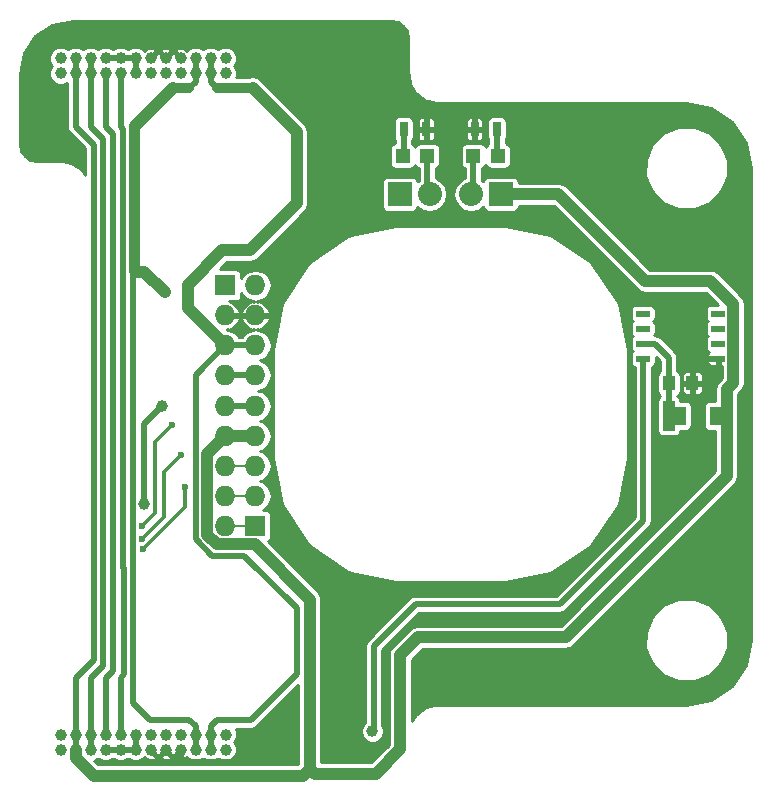
<source format=gtl>
G04 #@! TF.FileFunction,Copper,L1,Top,Signal*
%FSLAX46Y46*%
G04 Gerber Fmt 4.6, Leading zero omitted, Abs format (unit mm)*
G04 Created by KiCad (PCBNEW 4.0.6+dfsg1-1) date Mon Aug 28 12:32:08 2017*
%MOMM*%
%LPD*%
G01*
G04 APERTURE LIST*
%ADD10C,0.100000*%
%ADD11R,1.727200X1.727200*%
%ADD12O,1.727200X1.727200*%
%ADD13R,1.143000X0.508000*%
%ADD14R,1.000000X1.250000*%
%ADD15R,1.198880X1.198880*%
%ADD16R,2.032000X2.032000*%
%ADD17O,2.032000X2.032000*%
%ADD18R,0.700000X1.300000*%
%ADD19C,1.000000*%
%ADD20R,1.000000X2.500000*%
%ADD21R,1.400000X1.600000*%
%ADD22C,0.600000*%
%ADD23C,0.500000*%
%ADD24C,1.000000*%
%ADD25C,0.850000*%
%ADD26C,0.900000*%
%ADD27C,0.300000*%
%ADD28C,0.200000*%
%ADD29C,0.254000*%
G04 APERTURE END LIST*
D10*
D11*
X80960000Y-89960000D03*
D12*
X83500000Y-89960000D03*
X80960000Y-92500000D03*
X83500000Y-92500000D03*
X80960000Y-95040000D03*
X83500000Y-95040000D03*
X80960000Y-97580000D03*
X83500000Y-97580000D03*
D11*
X83500000Y-110330000D03*
D12*
X80960000Y-110330000D03*
X83500000Y-107790000D03*
X80960000Y-107790000D03*
X83500000Y-105250000D03*
X80960000Y-105250000D03*
X83500000Y-102710000D03*
X80960000Y-102710000D03*
X83500000Y-100170000D03*
X80960000Y-100170000D03*
D13*
X122675000Y-92345000D03*
X122675000Y-93615000D03*
X122675000Y-94885000D03*
X122675000Y-96155000D03*
X116325000Y-96155000D03*
X116325000Y-94885000D03*
X116325000Y-93615000D03*
X116325000Y-92345000D03*
D14*
X120500000Y-98250000D03*
X118500000Y-98250000D03*
D15*
X101950980Y-79000000D03*
X104049020Y-79000000D03*
X98049020Y-79000000D03*
X95950980Y-79000000D03*
D16*
X104290000Y-82250000D03*
D17*
X101750000Y-82250000D03*
D16*
X95710000Y-82250000D03*
D17*
X98250000Y-82250000D03*
D18*
X103950000Y-76750000D03*
X102050000Y-76750000D03*
X96050000Y-76750000D03*
X97950000Y-76750000D03*
D19*
X67000000Y-72000000D03*
X67000000Y-70730000D03*
X68270000Y-72000000D03*
X68270000Y-70730000D03*
X69540000Y-72000000D03*
X69540000Y-70730000D03*
X70810000Y-72000000D03*
X70810000Y-70730000D03*
X72080000Y-72000000D03*
X72080000Y-70730000D03*
X73350000Y-72000000D03*
X73350000Y-70730000D03*
X74620000Y-72000000D03*
X74620000Y-70730000D03*
X75890000Y-72000000D03*
X75890000Y-70730000D03*
X77160000Y-72000000D03*
X77160000Y-70730000D03*
X78430000Y-72000000D03*
X78430000Y-70730000D03*
X79700000Y-72000000D03*
X79700000Y-70730000D03*
X80970000Y-72000000D03*
X80970000Y-70730000D03*
X80970000Y-128000000D03*
X80970000Y-129270000D03*
X79700000Y-128000000D03*
X79700000Y-129270000D03*
X78430000Y-128000000D03*
X78430000Y-129270000D03*
X77160000Y-128000000D03*
X77160000Y-129270000D03*
X75890000Y-128000000D03*
X75890000Y-129270000D03*
X74620000Y-128000000D03*
X74620000Y-129270000D03*
X73350000Y-128000000D03*
X73350000Y-129270000D03*
X72080000Y-128000000D03*
X72080000Y-129270000D03*
X70810000Y-128000000D03*
X70810000Y-129270000D03*
X69540000Y-128000000D03*
X69540000Y-129270000D03*
X68270000Y-128000000D03*
X68270000Y-129270000D03*
X67000000Y-128000000D03*
X67000000Y-129270000D03*
D20*
X123400000Y-101000000D03*
X118500000Y-101000000D03*
D21*
X122650000Y-101000000D03*
X119250000Y-101000000D03*
D19*
X85750002Y-130000000D03*
X86750000Y-129000000D03*
X89828246Y-129928236D03*
X90749990Y-128900000D03*
X91100000Y-78700000D03*
X90100000Y-81500000D03*
X75800000Y-90500000D03*
D22*
X73900011Y-110300000D03*
X76400000Y-101800000D03*
D19*
X93400000Y-127700000D03*
D22*
X72350000Y-113950000D03*
X73950002Y-112300000D03*
X77500000Y-107000000D03*
X71400000Y-111550000D03*
X73900000Y-111400004D03*
X77199998Y-104300000D03*
D19*
X74100011Y-108500000D03*
X75600000Y-100200000D03*
D23*
X86250001Y-129500001D02*
X85750002Y-130000000D01*
X85042896Y-130000000D02*
X85750002Y-130000000D01*
X84692907Y-130349989D02*
X85042896Y-130000000D01*
X77160000Y-129977106D02*
X77532883Y-130349989D01*
X77160000Y-129270000D02*
X77160000Y-129977106D01*
X86750000Y-129000000D02*
X86250001Y-129500001D01*
X77532883Y-130349989D02*
X84692907Y-130349989D01*
X80960000Y-95040000D02*
X78446388Y-97553612D01*
X80242894Y-126750000D02*
X79700000Y-127292894D01*
X79700000Y-127292894D02*
X79700000Y-128000000D01*
X78446388Y-97553612D02*
X78446389Y-111474037D01*
X78446389Y-111474037D02*
X79815964Y-112843612D01*
X87000000Y-117300000D02*
X87000000Y-122900000D01*
X79815964Y-112843612D02*
X82543612Y-112843612D01*
X82543612Y-112843612D02*
X87000000Y-117300000D01*
X87000000Y-122900000D02*
X83150000Y-126750000D01*
X83150000Y-126750000D02*
X80242894Y-126750000D01*
D24*
X80960000Y-95040000D02*
X80096401Y-94176401D01*
D23*
X79700000Y-72707106D02*
X79700000Y-72000000D01*
D24*
X80096401Y-94176401D02*
X80082403Y-94176401D01*
X80082403Y-94176401D02*
X77800000Y-91893998D01*
X77800000Y-91893998D02*
X77800000Y-89906002D01*
X77800000Y-89906002D02*
X80706002Y-87000000D01*
X80706002Y-87000000D02*
X83000000Y-87000000D01*
X83000000Y-87000000D02*
X87000000Y-83000000D01*
X87000000Y-83000000D02*
X87000000Y-77000000D01*
X87000000Y-77000000D02*
X83250000Y-73250000D01*
D25*
X83250000Y-73250000D02*
X80242894Y-73250000D01*
D23*
X80242894Y-73250000D02*
X79700000Y-72707106D01*
X83500000Y-95040000D02*
X80960000Y-95040000D01*
X79700000Y-70730000D02*
X79700000Y-72000000D01*
X79700000Y-129270000D02*
X79700000Y-128000000D01*
D26*
X73300000Y-76450000D02*
X73200000Y-76550000D01*
X73200000Y-76550000D02*
X73200000Y-88600000D01*
X73200000Y-88600000D02*
X73300000Y-88700000D01*
D24*
X73300000Y-88700000D02*
X73400000Y-88800000D01*
X73400000Y-76350000D02*
X73300000Y-76450000D01*
X76500000Y-73250000D02*
X73400000Y-76350000D01*
D23*
X73400000Y-88800000D02*
X73150001Y-89049999D01*
X73150001Y-89049999D02*
X73150001Y-110939995D01*
X73150001Y-110939995D02*
X73149999Y-110939997D01*
X73149999Y-110939997D02*
X73149999Y-115060001D01*
X73149999Y-115060001D02*
X73150001Y-115060003D01*
X78430000Y-127292894D02*
X78430000Y-128000000D01*
X73150001Y-115060003D02*
X73150001Y-125350001D01*
X73150001Y-125350001D02*
X74550000Y-126750000D01*
X74550000Y-126750000D02*
X77887106Y-126750000D01*
X77887106Y-126750000D02*
X78430000Y-127292894D01*
D24*
X73400000Y-88800000D02*
X74100000Y-88800000D01*
X74100000Y-88800000D02*
X75800000Y-90500000D01*
D23*
X78430000Y-72000000D02*
X78430000Y-72707106D01*
X78430000Y-72707106D02*
X77887106Y-73250000D01*
D25*
X77887106Y-73250000D02*
X76500000Y-73250000D01*
D23*
X83500000Y-97580000D02*
X80960000Y-97580000D01*
X78430000Y-70730000D02*
X78430000Y-72000000D01*
X78430000Y-129270000D02*
X78430000Y-128000000D01*
D27*
X76400000Y-101800000D02*
X75000000Y-103200000D01*
X75000000Y-103200000D02*
X75000000Y-109200011D01*
X75000000Y-109200011D02*
X74200010Y-110000001D01*
X74200010Y-110000001D02*
X73900011Y-110300000D01*
D28*
X83500000Y-105250000D02*
X82278686Y-105250000D01*
X82278686Y-105250000D02*
X80960000Y-105250000D01*
D23*
X116325000Y-96155000D02*
X116325000Y-109875000D01*
X116325000Y-109875000D02*
X109250000Y-116950000D01*
X109250000Y-116950000D02*
X97050000Y-116950000D01*
X97050000Y-116950000D02*
X93500000Y-120500000D01*
X93500000Y-120500000D02*
X93500000Y-127600000D01*
X93500000Y-127600000D02*
X93400000Y-127700000D01*
X69540000Y-72000000D02*
X69540000Y-76540000D01*
X69540000Y-76540000D02*
X70600000Y-77600000D01*
X70600000Y-77600000D02*
X70600000Y-122150000D01*
X70600000Y-122150000D02*
X69540000Y-123210000D01*
X69540000Y-123210000D02*
X69540000Y-128000000D01*
X69540000Y-72000000D02*
X69540000Y-70730000D01*
X69540000Y-129270000D02*
X69540000Y-128000000D01*
D24*
X88100000Y-130900000D02*
X88500000Y-131300000D01*
X88500000Y-131300000D02*
X93700000Y-131300000D01*
X93700000Y-131300000D02*
X95750000Y-129250000D01*
X95750000Y-129250000D02*
X95750000Y-121250000D01*
X109750000Y-119750000D02*
X123400000Y-106100000D01*
X95750000Y-121250000D02*
X97250000Y-119750000D01*
X97250000Y-119750000D02*
X109750000Y-119750000D01*
X123400000Y-106100000D02*
X123400000Y-101000000D01*
X88100000Y-130900000D02*
X87500000Y-131500000D01*
X87500000Y-131500000D02*
X69792894Y-131500000D01*
X69792894Y-131500000D02*
X68270000Y-129977106D01*
X68270000Y-129977106D02*
X68270000Y-129270000D01*
D23*
X68270000Y-72000000D02*
X68270000Y-76520000D01*
X68270000Y-76520000D02*
X69800000Y-78050000D01*
X69800000Y-121700000D02*
X68270000Y-123230000D01*
X68270000Y-123230000D02*
X68270000Y-128000000D01*
X69800000Y-78050000D02*
X69800000Y-121700000D01*
D24*
X122650000Y-101000000D02*
X123400000Y-101000000D01*
X123400000Y-98750000D02*
X123400000Y-101000000D01*
X80960000Y-102710000D02*
X79396399Y-104273601D01*
X79396399Y-104273601D02*
X79396399Y-111080529D01*
X79396399Y-111080529D02*
X80209471Y-111893601D01*
X80209471Y-111893601D02*
X83437119Y-111893601D01*
X83437119Y-111893601D02*
X88100000Y-116556482D01*
X88100000Y-116556482D02*
X88100000Y-130900000D01*
X104290000Y-82250000D02*
X109150000Y-82250000D01*
X109150000Y-82250000D02*
X116500000Y-89600000D01*
X116500000Y-89600000D02*
X122015502Y-89600000D01*
X122015502Y-89600000D02*
X123946501Y-91530999D01*
X123946501Y-91530999D02*
X123946501Y-98203499D01*
X123946501Y-98203499D02*
X123400000Y-98750000D01*
X83500000Y-102710000D02*
X80960000Y-102710000D01*
D23*
X68270000Y-129270000D02*
X68270000Y-128000000D01*
X68270000Y-70730000D02*
X68270000Y-72000000D01*
D24*
X119250000Y-101000000D02*
X118500000Y-101000000D01*
D23*
X116325000Y-94885000D02*
X117285000Y-94885000D01*
X117285000Y-94885000D02*
X118500000Y-96100000D01*
X118500000Y-96100000D02*
X118500000Y-98250000D01*
X118500000Y-101000000D02*
X118500000Y-98250000D01*
X72250000Y-113850000D02*
X72350000Y-113950000D01*
X72250000Y-76750000D02*
X72250000Y-113850000D01*
X72080000Y-76580000D02*
X72250000Y-76750000D01*
X72080000Y-72000000D02*
X72080000Y-76580000D01*
X72350000Y-113950000D02*
X72350000Y-115800000D01*
D27*
X77500000Y-108750002D02*
X74250001Y-112000001D01*
X77500000Y-107000000D02*
X77500000Y-108750002D01*
X74250001Y-112000001D02*
X73950002Y-112300000D01*
D23*
X72350000Y-115800000D02*
X72350000Y-122900000D01*
X72080000Y-123170000D02*
X72080000Y-127292894D01*
X72350000Y-122900000D02*
X72080000Y-123170000D01*
X72080000Y-127292894D02*
X72080000Y-128000000D01*
D28*
X83500000Y-110330000D02*
X80960000Y-110330000D01*
D23*
X70810000Y-72000000D02*
X70810000Y-76560000D01*
X71400000Y-122600000D02*
X71400000Y-111974264D01*
X70810000Y-76560000D02*
X71400000Y-77150000D01*
X70810000Y-128000000D02*
X70810000Y-123190000D01*
X70810000Y-123190000D02*
X71400000Y-122600000D01*
X71400000Y-111974264D02*
X71400000Y-111550000D01*
X71400000Y-111125736D02*
X71400000Y-111550000D01*
X71400000Y-77150000D02*
X71400000Y-111125736D01*
D27*
X77199998Y-104300000D02*
X75750000Y-105749998D01*
X75750000Y-105749998D02*
X75750000Y-109550004D01*
X75750000Y-109550004D02*
X74199999Y-111100005D01*
X74199999Y-111100005D02*
X73900000Y-111400004D01*
D28*
X83500000Y-107790000D02*
X80960000Y-107790000D01*
D23*
X74100011Y-107792894D02*
X74100011Y-108500000D01*
X75600000Y-100200000D02*
X74100011Y-101699989D01*
X74100011Y-101699989D02*
X74100011Y-107792894D01*
X83500000Y-100170000D02*
X80960000Y-100170000D01*
X72080000Y-129270000D02*
X70810000Y-129270000D01*
X73350000Y-129270000D02*
X72080000Y-129270000D01*
X73350000Y-128000000D02*
X73350000Y-129270000D01*
X72080000Y-70730000D02*
X70810000Y-70730000D01*
X73350000Y-70730000D02*
X72080000Y-70730000D01*
X73350000Y-72000000D02*
X73350000Y-70730000D01*
X101950980Y-79000000D02*
X101950980Y-82049020D01*
X101950980Y-82049020D02*
X101750000Y-82250000D01*
X103950000Y-76750000D02*
X103950000Y-78900980D01*
X103950000Y-78900980D02*
X104049020Y-79000000D01*
X98049020Y-79000000D02*
X98049020Y-82049020D01*
X98049020Y-82049020D02*
X98250000Y-82250000D01*
X96050000Y-76750000D02*
X96050000Y-78900980D01*
X96050000Y-78900980D02*
X95950980Y-79000000D01*
D29*
G36*
X87123000Y-130495314D02*
X87095314Y-130523000D01*
X70197581Y-130523000D01*
X69866705Y-130192125D01*
X70092703Y-130098744D01*
X70174902Y-130016688D01*
X70255851Y-130097778D01*
X70614810Y-130246830D01*
X71003485Y-130247170D01*
X71362703Y-130098744D01*
X71444902Y-130016688D01*
X71525851Y-130097778D01*
X71884810Y-130246830D01*
X72273485Y-130247170D01*
X72632703Y-130098744D01*
X72714902Y-130016688D01*
X72795851Y-130097778D01*
X73154810Y-130246830D01*
X73543485Y-130247170D01*
X73902703Y-130098744D01*
X74045326Y-129956370D01*
X74079282Y-129990326D01*
X74151341Y-129918267D01*
X74202487Y-130060723D01*
X74536864Y-130160308D01*
X74883899Y-130124353D01*
X75037513Y-130060723D01*
X75088660Y-129918265D01*
X75421340Y-129918265D01*
X75472487Y-130060723D01*
X75806864Y-130160308D01*
X76153899Y-130124353D01*
X76307513Y-130060723D01*
X76358660Y-129918265D01*
X75890000Y-129449605D01*
X75421340Y-129918265D01*
X75088660Y-129918265D01*
X74620000Y-129449605D01*
X74605858Y-129463748D01*
X74426253Y-129284143D01*
X74440395Y-129270000D01*
X74426253Y-129255858D01*
X74605858Y-129076253D01*
X74620000Y-129090395D01*
X74634143Y-129076253D01*
X74813748Y-129255858D01*
X74799605Y-129270000D01*
X75032427Y-129502822D01*
X75035647Y-129533899D01*
X75099277Y-129687513D01*
X75241735Y-129738660D01*
X75255000Y-129725395D01*
X75268265Y-129738660D01*
X75410723Y-129687513D01*
X75460704Y-129519691D01*
X75710395Y-129270000D01*
X75696253Y-129255858D01*
X75875858Y-129076253D01*
X75890000Y-129090395D01*
X75904143Y-129076253D01*
X76083748Y-129255858D01*
X76069605Y-129270000D01*
X76302427Y-129502822D01*
X76305647Y-129533899D01*
X76369277Y-129687513D01*
X76511735Y-129738660D01*
X76525000Y-129725395D01*
X76538265Y-129738660D01*
X76680723Y-129687513D01*
X76730704Y-129519691D01*
X76980395Y-129270000D01*
X76966253Y-129255858D01*
X77145858Y-129076253D01*
X77160000Y-129090395D01*
X77174143Y-129076253D01*
X77353748Y-129255858D01*
X77339605Y-129270000D01*
X77353748Y-129284143D01*
X77174143Y-129463748D01*
X77160000Y-129449605D01*
X76691340Y-129918265D01*
X76742487Y-130060723D01*
X77076864Y-130160308D01*
X77423899Y-130124353D01*
X77577513Y-130060723D01*
X77628659Y-129918267D01*
X77700718Y-129990326D01*
X77734682Y-129956362D01*
X77875851Y-130097778D01*
X78234810Y-130246830D01*
X78623485Y-130247170D01*
X78982703Y-130098744D01*
X79064902Y-130016688D01*
X79145851Y-130097778D01*
X79504810Y-130246830D01*
X79893485Y-130247170D01*
X80252703Y-130098744D01*
X80334902Y-130016688D01*
X80415851Y-130097778D01*
X80774810Y-130246830D01*
X81163485Y-130247170D01*
X81522703Y-130098744D01*
X81797778Y-129824149D01*
X81946830Y-129465190D01*
X81947170Y-129076515D01*
X81798744Y-128717297D01*
X81716688Y-128635098D01*
X81797778Y-128554149D01*
X81946830Y-128195190D01*
X81947170Y-127806515D01*
X81811017Y-127477000D01*
X83149995Y-127477000D01*
X83150000Y-127477001D01*
X83382052Y-127430842D01*
X83428211Y-127421660D01*
X83664067Y-127264067D01*
X87123000Y-123805133D01*
X87123000Y-130495314D01*
X87123000Y-130495314D01*
G37*
X87123000Y-130495314D02*
X87095314Y-130523000D01*
X70197581Y-130523000D01*
X69866705Y-130192125D01*
X70092703Y-130098744D01*
X70174902Y-130016688D01*
X70255851Y-130097778D01*
X70614810Y-130246830D01*
X71003485Y-130247170D01*
X71362703Y-130098744D01*
X71444902Y-130016688D01*
X71525851Y-130097778D01*
X71884810Y-130246830D01*
X72273485Y-130247170D01*
X72632703Y-130098744D01*
X72714902Y-130016688D01*
X72795851Y-130097778D01*
X73154810Y-130246830D01*
X73543485Y-130247170D01*
X73902703Y-130098744D01*
X74045326Y-129956370D01*
X74079282Y-129990326D01*
X74151341Y-129918267D01*
X74202487Y-130060723D01*
X74536864Y-130160308D01*
X74883899Y-130124353D01*
X75037513Y-130060723D01*
X75088660Y-129918265D01*
X75421340Y-129918265D01*
X75472487Y-130060723D01*
X75806864Y-130160308D01*
X76153899Y-130124353D01*
X76307513Y-130060723D01*
X76358660Y-129918265D01*
X75890000Y-129449605D01*
X75421340Y-129918265D01*
X75088660Y-129918265D01*
X74620000Y-129449605D01*
X74605858Y-129463748D01*
X74426253Y-129284143D01*
X74440395Y-129270000D01*
X74426253Y-129255858D01*
X74605858Y-129076253D01*
X74620000Y-129090395D01*
X74634143Y-129076253D01*
X74813748Y-129255858D01*
X74799605Y-129270000D01*
X75032427Y-129502822D01*
X75035647Y-129533899D01*
X75099277Y-129687513D01*
X75241735Y-129738660D01*
X75255000Y-129725395D01*
X75268265Y-129738660D01*
X75410723Y-129687513D01*
X75460704Y-129519691D01*
X75710395Y-129270000D01*
X75696253Y-129255858D01*
X75875858Y-129076253D01*
X75890000Y-129090395D01*
X75904143Y-129076253D01*
X76083748Y-129255858D01*
X76069605Y-129270000D01*
X76302427Y-129502822D01*
X76305647Y-129533899D01*
X76369277Y-129687513D01*
X76511735Y-129738660D01*
X76525000Y-129725395D01*
X76538265Y-129738660D01*
X76680723Y-129687513D01*
X76730704Y-129519691D01*
X76980395Y-129270000D01*
X76966253Y-129255858D01*
X77145858Y-129076253D01*
X77160000Y-129090395D01*
X77174143Y-129076253D01*
X77353748Y-129255858D01*
X77339605Y-129270000D01*
X77353748Y-129284143D01*
X77174143Y-129463748D01*
X77160000Y-129449605D01*
X76691340Y-129918265D01*
X76742487Y-130060723D01*
X77076864Y-130160308D01*
X77423899Y-130124353D01*
X77577513Y-130060723D01*
X77628659Y-129918267D01*
X77700718Y-129990326D01*
X77734682Y-129956362D01*
X77875851Y-130097778D01*
X78234810Y-130246830D01*
X78623485Y-130247170D01*
X78982703Y-130098744D01*
X79064902Y-130016688D01*
X79145851Y-130097778D01*
X79504810Y-130246830D01*
X79893485Y-130247170D01*
X80252703Y-130098744D01*
X80334902Y-130016688D01*
X80415851Y-130097778D01*
X80774810Y-130246830D01*
X81163485Y-130247170D01*
X81522703Y-130098744D01*
X81797778Y-129824149D01*
X81946830Y-129465190D01*
X81947170Y-129076515D01*
X81798744Y-128717297D01*
X81716688Y-128635098D01*
X81797778Y-128554149D01*
X81946830Y-128195190D01*
X81947170Y-127806515D01*
X81811017Y-127477000D01*
X83149995Y-127477000D01*
X83150000Y-127477001D01*
X83382052Y-127430842D01*
X83428211Y-127421660D01*
X83664067Y-127264067D01*
X87123000Y-123805133D01*
X87123000Y-130495314D01*
G36*
X95549988Y-67672213D02*
X96016245Y-67983756D01*
X96327787Y-68450013D01*
X96448000Y-69054369D01*
X96448000Y-72000000D01*
X96458607Y-72053324D01*
X96458607Y-72107690D01*
X96610847Y-72873056D01*
X96610847Y-72873057D01*
X96617993Y-72890308D01*
X96693269Y-73072041D01*
X96693272Y-73072044D01*
X97126814Y-73720888D01*
X97126815Y-73720890D01*
X97169993Y-73764067D01*
X97279110Y-73873185D01*
X97279115Y-73873187D01*
X97927955Y-74306728D01*
X97927958Y-74306731D01*
X98027451Y-74347942D01*
X98126943Y-74389153D01*
X98126948Y-74389153D01*
X98892310Y-74541393D01*
X98946676Y-74541393D01*
X99000000Y-74552000D01*
X119945635Y-74552000D01*
X122080720Y-74976695D01*
X123844672Y-76155329D01*
X125023305Y-77919279D01*
X125448000Y-80054370D01*
X125448000Y-119945630D01*
X125023305Y-122080721D01*
X123844672Y-123844671D01*
X122080720Y-125023305D01*
X119945635Y-125448000D01*
X99000000Y-125448000D01*
X98946676Y-125458607D01*
X98892310Y-125458607D01*
X98126948Y-125610847D01*
X98030086Y-125650967D01*
X97927958Y-125693269D01*
X97927955Y-125693272D01*
X97279115Y-126126813D01*
X97279110Y-126126815D01*
X97194685Y-126211241D01*
X97126815Y-126279110D01*
X97126815Y-126279111D01*
X97126814Y-126279112D01*
X96727000Y-126877478D01*
X96727000Y-121654686D01*
X97654687Y-120727000D01*
X109750000Y-120727000D01*
X109943129Y-120688584D01*
X116522398Y-120688584D01*
X117050624Y-121966989D01*
X118027866Y-122945938D01*
X119305348Y-123476395D01*
X120688584Y-123477602D01*
X121966989Y-122949376D01*
X122945938Y-121972134D01*
X123476395Y-120694652D01*
X123477602Y-119311416D01*
X122949376Y-118033011D01*
X121972134Y-117054062D01*
X120694652Y-116523605D01*
X119311416Y-116522398D01*
X118033011Y-117050624D01*
X117054062Y-118027866D01*
X116523605Y-119305348D01*
X116522398Y-120688584D01*
X109943129Y-120688584D01*
X110123882Y-120652630D01*
X110440843Y-120440843D01*
X124090843Y-106790843D01*
X124224641Y-106590600D01*
X124302630Y-106473882D01*
X124377000Y-106100000D01*
X124377000Y-102296142D01*
X124386344Y-102250000D01*
X124386344Y-99750000D01*
X124377000Y-99700341D01*
X124377000Y-99154686D01*
X124637344Y-98894342D01*
X124733790Y-98750000D01*
X124849131Y-98577381D01*
X124923501Y-98203499D01*
X124923501Y-91530999D01*
X124849131Y-91157117D01*
X124637344Y-90840156D01*
X122706345Y-88909157D01*
X122542980Y-88800000D01*
X122389384Y-88697370D01*
X122015502Y-88623000D01*
X116904687Y-88623000D01*
X109840843Y-81559157D01*
X109674485Y-81448000D01*
X109523882Y-81347370D01*
X109150000Y-81273000D01*
X105792344Y-81273000D01*
X105792344Y-81234000D01*
X105759083Y-81057235D01*
X105654615Y-80894887D01*
X105495215Y-80785973D01*
X105306000Y-80747656D01*
X103274000Y-80747656D01*
X103097235Y-80780917D01*
X102934887Y-80885385D01*
X102825973Y-81044785D01*
X102802108Y-81162633D01*
X102677980Y-81079693D01*
X102677980Y-80688584D01*
X116522398Y-80688584D01*
X117050624Y-81966989D01*
X118027866Y-82945938D01*
X119305348Y-83476395D01*
X120688584Y-83477602D01*
X121966989Y-82949376D01*
X122945938Y-81972134D01*
X123476395Y-80694652D01*
X123477602Y-79311416D01*
X122949376Y-78033011D01*
X121972134Y-77054062D01*
X120694652Y-76523605D01*
X119311416Y-76522398D01*
X118033011Y-77050624D01*
X117054062Y-78027866D01*
X116523605Y-79305348D01*
X116522398Y-80688584D01*
X102677980Y-80688584D01*
X102677980Y-80061782D01*
X102727185Y-80052523D01*
X102889533Y-79948055D01*
X102998447Y-79788655D01*
X102999898Y-79781490D01*
X103100965Y-79938553D01*
X103260365Y-80047467D01*
X103449580Y-80085784D01*
X104648460Y-80085784D01*
X104825225Y-80052523D01*
X104987573Y-79948055D01*
X105096487Y-79788655D01*
X105134804Y-79599440D01*
X105134804Y-78400560D01*
X105101543Y-78223795D01*
X104997075Y-78061447D01*
X104837675Y-77952533D01*
X104677000Y-77919995D01*
X104677000Y-77693166D01*
X104748027Y-77589215D01*
X104786344Y-77400000D01*
X104786344Y-76100000D01*
X104753083Y-75923235D01*
X104648615Y-75760887D01*
X104489215Y-75651973D01*
X104300000Y-75613656D01*
X103600000Y-75613656D01*
X103423235Y-75646917D01*
X103260887Y-75751385D01*
X103151973Y-75910785D01*
X103113656Y-76100000D01*
X103113656Y-77400000D01*
X103146917Y-77576765D01*
X103223000Y-77695001D01*
X103223000Y-77979532D01*
X103110467Y-78051945D01*
X103001553Y-78211345D01*
X103000102Y-78218510D01*
X102899035Y-78061447D01*
X102739635Y-77952533D01*
X102550420Y-77914216D01*
X101351540Y-77914216D01*
X101174775Y-77947477D01*
X101012427Y-78051945D01*
X100903513Y-78211345D01*
X100865196Y-78400560D01*
X100865196Y-79599440D01*
X100898457Y-79776205D01*
X101002925Y-79938553D01*
X101162325Y-80047467D01*
X101223980Y-80059952D01*
X101223980Y-80832382D01*
X101178654Y-80841398D01*
X100694290Y-81165040D01*
X100370648Y-81649404D01*
X100257000Y-82220750D01*
X100257000Y-82279250D01*
X100370648Y-82850596D01*
X100694290Y-83334960D01*
X101178654Y-83658602D01*
X101750000Y-83772250D01*
X102321346Y-83658602D01*
X102801199Y-83337974D01*
X102820917Y-83442765D01*
X102925385Y-83605113D01*
X103084785Y-83714027D01*
X103274000Y-83752344D01*
X105306000Y-83752344D01*
X105482765Y-83719083D01*
X105645113Y-83614615D01*
X105754027Y-83455215D01*
X105792344Y-83266000D01*
X105792344Y-83227000D01*
X108745314Y-83227000D01*
X115809157Y-90290844D01*
X116126119Y-90502631D01*
X116500000Y-90577000D01*
X121610816Y-90577000D01*
X122638472Y-91604656D01*
X122103500Y-91604656D01*
X121926735Y-91637917D01*
X121764387Y-91742385D01*
X121655473Y-91901785D01*
X121617156Y-92091000D01*
X121617156Y-92599000D01*
X121650417Y-92775765D01*
X121754885Y-92938113D01*
X121815474Y-92979512D01*
X121764387Y-93012385D01*
X121655473Y-93171785D01*
X121617156Y-93361000D01*
X121617156Y-93869000D01*
X121650417Y-94045765D01*
X121754885Y-94208113D01*
X121815474Y-94249512D01*
X121764387Y-94282385D01*
X121655473Y-94441785D01*
X121617156Y-94631000D01*
X121617156Y-95139000D01*
X121650417Y-95315765D01*
X121754885Y-95478113D01*
X121899968Y-95577244D01*
X121889947Y-95581395D01*
X121783895Y-95687447D01*
X121726500Y-95826010D01*
X121726500Y-95933750D01*
X121820750Y-96028000D01*
X122548000Y-96028000D01*
X122548000Y-96008000D01*
X122802000Y-96008000D01*
X122802000Y-96028000D01*
X122822000Y-96028000D01*
X122822000Y-96282000D01*
X122802000Y-96282000D01*
X122802000Y-96691750D01*
X122896250Y-96786000D01*
X122969501Y-96786000D01*
X122969501Y-97798813D01*
X122709157Y-98059157D01*
X122497370Y-98376118D01*
X122423000Y-98750000D01*
X122423000Y-99703858D01*
X122421016Y-99713656D01*
X121950000Y-99713656D01*
X121773235Y-99746917D01*
X121610887Y-99851385D01*
X121501973Y-100010785D01*
X121463656Y-100200000D01*
X121463656Y-101800000D01*
X121496917Y-101976765D01*
X121601385Y-102139113D01*
X121760785Y-102248027D01*
X121950000Y-102286344D01*
X122420495Y-102286344D01*
X122423000Y-102299659D01*
X122423000Y-105695314D01*
X109345314Y-118773000D01*
X97250000Y-118773000D01*
X96876118Y-118847370D01*
X96559156Y-119059157D01*
X95059157Y-120559157D01*
X94847370Y-120876118D01*
X94773000Y-121250000D01*
X94773000Y-128845314D01*
X93295314Y-130323000D01*
X89077000Y-130323000D01*
X89077000Y-127893485D01*
X92422830Y-127893485D01*
X92571256Y-128252703D01*
X92845851Y-128527778D01*
X93204810Y-128676830D01*
X93593485Y-128677170D01*
X93952703Y-128528744D01*
X94227778Y-128254149D01*
X94376830Y-127895190D01*
X94377170Y-127506515D01*
X94228744Y-127147297D01*
X94227000Y-127145550D01*
X94227000Y-120801134D01*
X97351134Y-117677000D01*
X109249995Y-117677000D01*
X109250000Y-117677001D01*
X109482052Y-117630842D01*
X109528211Y-117621660D01*
X109764067Y-117464067D01*
X116839067Y-110389067D01*
X116898579Y-110300000D01*
X116996660Y-110153211D01*
X117006542Y-110103529D01*
X117052001Y-109875000D01*
X117052000Y-109874995D01*
X117052000Y-96866084D01*
X117073265Y-96862083D01*
X117235613Y-96757615D01*
X117344527Y-96598215D01*
X117382844Y-96409000D01*
X117382844Y-96010977D01*
X117773000Y-96401133D01*
X117773000Y-97204242D01*
X117660887Y-97276385D01*
X117551973Y-97435785D01*
X117513656Y-97625000D01*
X117513656Y-98875000D01*
X117546917Y-99051765D01*
X117651385Y-99214113D01*
X117773000Y-99297209D01*
X117773000Y-99329242D01*
X117660887Y-99401385D01*
X117551973Y-99560785D01*
X117513656Y-99750000D01*
X117513656Y-102250000D01*
X117546917Y-102426765D01*
X117651385Y-102589113D01*
X117810785Y-102698027D01*
X118000000Y-102736344D01*
X119000000Y-102736344D01*
X119176765Y-102703083D01*
X119339113Y-102598615D01*
X119448027Y-102439215D01*
X119478984Y-102286344D01*
X119950000Y-102286344D01*
X120126765Y-102253083D01*
X120289113Y-102148615D01*
X120398027Y-101989215D01*
X120436344Y-101800000D01*
X120436344Y-100200000D01*
X120403083Y-100023235D01*
X120298615Y-99860887D01*
X120139215Y-99751973D01*
X119950000Y-99713656D01*
X119479505Y-99713656D01*
X119453083Y-99573235D01*
X119348615Y-99410887D01*
X119227000Y-99327791D01*
X119227000Y-99295758D01*
X119339113Y-99223615D01*
X119448027Y-99064215D01*
X119486344Y-98875000D01*
X119486344Y-98471250D01*
X119623000Y-98471250D01*
X119623000Y-98949990D01*
X119680395Y-99088553D01*
X119786447Y-99194605D01*
X119925010Y-99252000D01*
X120278750Y-99252000D01*
X120373000Y-99157750D01*
X120373000Y-98377000D01*
X120627000Y-98377000D01*
X120627000Y-99157750D01*
X120721250Y-99252000D01*
X121074990Y-99252000D01*
X121213553Y-99194605D01*
X121319605Y-99088553D01*
X121377000Y-98949990D01*
X121377000Y-98471250D01*
X121282750Y-98377000D01*
X120627000Y-98377000D01*
X120373000Y-98377000D01*
X119717250Y-98377000D01*
X119623000Y-98471250D01*
X119486344Y-98471250D01*
X119486344Y-97625000D01*
X119472234Y-97550010D01*
X119623000Y-97550010D01*
X119623000Y-98028750D01*
X119717250Y-98123000D01*
X120373000Y-98123000D01*
X120373000Y-97342250D01*
X120627000Y-97342250D01*
X120627000Y-98123000D01*
X121282750Y-98123000D01*
X121377000Y-98028750D01*
X121377000Y-97550010D01*
X121319605Y-97411447D01*
X121213553Y-97305395D01*
X121074990Y-97248000D01*
X120721250Y-97248000D01*
X120627000Y-97342250D01*
X120373000Y-97342250D01*
X120278750Y-97248000D01*
X119925010Y-97248000D01*
X119786447Y-97305395D01*
X119680395Y-97411447D01*
X119623000Y-97550010D01*
X119472234Y-97550010D01*
X119453083Y-97448235D01*
X119348615Y-97285887D01*
X119227000Y-97202791D01*
X119227000Y-96376250D01*
X121726500Y-96376250D01*
X121726500Y-96483990D01*
X121783895Y-96622553D01*
X121889947Y-96728605D01*
X122028510Y-96786000D01*
X122453750Y-96786000D01*
X122548000Y-96691750D01*
X122548000Y-96282000D01*
X121820750Y-96282000D01*
X121726500Y-96376250D01*
X119227000Y-96376250D01*
X119227000Y-96100000D01*
X119171660Y-95821789D01*
X119014067Y-95585933D01*
X119014064Y-95585931D01*
X117799067Y-94370933D01*
X117718390Y-94317027D01*
X117563211Y-94213340D01*
X117517052Y-94204158D01*
X117285000Y-94157999D01*
X117284995Y-94158000D01*
X117276346Y-94158000D01*
X117344527Y-94058215D01*
X117382844Y-93869000D01*
X117382844Y-93361000D01*
X117349583Y-93184235D01*
X117245115Y-93021887D01*
X117184526Y-92980488D01*
X117235613Y-92947615D01*
X117344527Y-92788215D01*
X117382844Y-92599000D01*
X117382844Y-92091000D01*
X117349583Y-91914235D01*
X117245115Y-91751887D01*
X117085715Y-91642973D01*
X116896500Y-91604656D01*
X115753500Y-91604656D01*
X115576735Y-91637917D01*
X115414387Y-91742385D01*
X115305473Y-91901785D01*
X115267156Y-92091000D01*
X115267156Y-92599000D01*
X115300417Y-92775765D01*
X115404885Y-92938113D01*
X115465474Y-92979512D01*
X115414387Y-93012385D01*
X115305473Y-93171785D01*
X115267156Y-93361000D01*
X115267156Y-93869000D01*
X115300417Y-94045765D01*
X115404885Y-94208113D01*
X115465474Y-94249512D01*
X115414387Y-94282385D01*
X115305473Y-94441785D01*
X115267156Y-94631000D01*
X115267156Y-95139000D01*
X115300417Y-95315765D01*
X115404885Y-95478113D01*
X115465474Y-95519512D01*
X115414387Y-95552385D01*
X115305473Y-95711785D01*
X115267156Y-95901000D01*
X115267156Y-96409000D01*
X115300417Y-96585765D01*
X115404885Y-96748113D01*
X115564285Y-96857027D01*
X115598000Y-96863854D01*
X115598000Y-109573866D01*
X108948866Y-116223000D01*
X97050000Y-116223000D01*
X96771789Y-116278340D01*
X96535933Y-116435933D01*
X92985933Y-119985933D01*
X92828340Y-120221789D01*
X92828340Y-120221790D01*
X92772999Y-120500000D01*
X92773000Y-120500005D01*
X92773000Y-126945423D01*
X92572222Y-127145851D01*
X92423170Y-127504810D01*
X92422830Y-127893485D01*
X89077000Y-127893485D01*
X89077000Y-116556482D01*
X89053021Y-116435933D01*
X89002631Y-116182601D01*
X88790844Y-115865639D01*
X84559545Y-111634341D01*
X84702713Y-111542215D01*
X84811627Y-111382815D01*
X84849944Y-111193600D01*
X84849944Y-109466400D01*
X84816683Y-109289635D01*
X84712215Y-109127287D01*
X84552815Y-109018373D01*
X84363600Y-108980056D01*
X84111870Y-108980056D01*
X84474211Y-108737947D01*
X84764817Y-108303025D01*
X84866864Y-107790000D01*
X84764817Y-107276975D01*
X84474211Y-106842053D01*
X84039289Y-106551447D01*
X83881194Y-106520000D01*
X84039289Y-106488553D01*
X84474211Y-106197947D01*
X84764817Y-105763025D01*
X84866864Y-105250000D01*
X84764817Y-104736975D01*
X84474211Y-104302053D01*
X84039289Y-104011447D01*
X83881194Y-103980000D01*
X84039289Y-103948553D01*
X84474211Y-103657947D01*
X84764817Y-103223025D01*
X84866864Y-102710000D01*
X84764817Y-102196975D01*
X84474211Y-101762053D01*
X84039289Y-101471447D01*
X83881194Y-101440000D01*
X84039289Y-101408553D01*
X84474211Y-101117947D01*
X84764817Y-100683025D01*
X84866864Y-100170000D01*
X84764817Y-99656975D01*
X84474211Y-99222053D01*
X84039289Y-98931447D01*
X83755511Y-98875000D01*
X84039289Y-98818553D01*
X84474211Y-98527947D01*
X84764817Y-98093025D01*
X84866864Y-97580000D01*
X84764817Y-97066975D01*
X84474211Y-96632053D01*
X84039289Y-96341447D01*
X83881194Y-96310000D01*
X84039289Y-96278553D01*
X84474211Y-95987947D01*
X84764817Y-95553025D01*
X84775364Y-95500000D01*
X84948000Y-95500000D01*
X84948000Y-104500000D01*
X84958607Y-104553324D01*
X84958607Y-104607690D01*
X85719811Y-108434524D01*
X85802233Y-108633508D01*
X85802234Y-108633509D01*
X87969961Y-111877743D01*
X88122257Y-112030040D01*
X88122261Y-112030042D01*
X91366489Y-114197765D01*
X91366491Y-114197767D01*
X91424772Y-114221908D01*
X91565476Y-114280189D01*
X91565481Y-114280189D01*
X95392310Y-115041393D01*
X95446676Y-115041393D01*
X95500000Y-115052000D01*
X104500000Y-115052000D01*
X104553324Y-115041393D01*
X104607690Y-115041393D01*
X108434524Y-114280189D01*
X108633508Y-114197767D01*
X108633509Y-114197766D01*
X111877743Y-112030039D01*
X112030040Y-111877743D01*
X112030042Y-111877739D01*
X114197765Y-108633511D01*
X114197767Y-108633509D01*
X114222826Y-108573011D01*
X114280189Y-108434524D01*
X114280189Y-108434519D01*
X115041393Y-104607690D01*
X115041393Y-104553324D01*
X115052000Y-104500000D01*
X115052000Y-95500000D01*
X115041393Y-95446676D01*
X115041393Y-95392310D01*
X114280189Y-91565481D01*
X114280189Y-91565476D01*
X114197767Y-91366492D01*
X114197767Y-91366491D01*
X114197765Y-91366489D01*
X112030042Y-88122261D01*
X112030040Y-88122257D01*
X111877743Y-87969961D01*
X108633509Y-85802234D01*
X108633508Y-85802233D01*
X108434524Y-85719811D01*
X104607690Y-84958607D01*
X104553324Y-84958607D01*
X104500000Y-84948000D01*
X95500000Y-84948000D01*
X95446676Y-84958607D01*
X95392310Y-84958607D01*
X91565481Y-85719811D01*
X91565476Y-85719811D01*
X91424772Y-85778092D01*
X91366491Y-85802233D01*
X91366489Y-85802235D01*
X88122261Y-87969958D01*
X88122257Y-87969960D01*
X87969961Y-88122257D01*
X85802234Y-91366491D01*
X85802233Y-91366492D01*
X85719811Y-91565476D01*
X84958607Y-95392310D01*
X84958607Y-95446676D01*
X84948000Y-95500000D01*
X84775364Y-95500000D01*
X84866864Y-95040000D01*
X84764817Y-94526975D01*
X84474211Y-94092053D01*
X84039289Y-93801447D01*
X83627002Y-93719438D01*
X83627002Y-93639845D01*
X83818491Y-93699033D01*
X84253097Y-93485881D01*
X84573051Y-93122638D01*
X84699021Y-92818489D01*
X84639293Y-92627000D01*
X83627000Y-92627000D01*
X83627000Y-92647000D01*
X83373000Y-92647000D01*
X83373000Y-92627000D01*
X82360707Y-92627000D01*
X82300979Y-92818489D01*
X82426949Y-93122638D01*
X82746903Y-93485881D01*
X83181509Y-93699033D01*
X83372998Y-93639845D01*
X83372998Y-93719438D01*
X82960711Y-93801447D01*
X82525789Y-94092053D01*
X82378157Y-94313000D01*
X82081843Y-94313000D01*
X81934211Y-94092053D01*
X81499289Y-93801447D01*
X81087002Y-93719438D01*
X81087002Y-93639845D01*
X81278491Y-93699033D01*
X81713097Y-93485881D01*
X82033051Y-93122638D01*
X82159021Y-92818489D01*
X82099293Y-92627000D01*
X81087000Y-92627000D01*
X81087000Y-92647000D01*
X80833000Y-92647000D01*
X80833000Y-92627000D01*
X80813000Y-92627000D01*
X80813000Y-92373000D01*
X80833000Y-92373000D01*
X80833000Y-92353000D01*
X81087000Y-92353000D01*
X81087000Y-92373000D01*
X82099293Y-92373000D01*
X82159021Y-92181511D01*
X82033051Y-91877362D01*
X81713097Y-91514119D01*
X81296795Y-91309944D01*
X81823600Y-91309944D01*
X82000365Y-91276683D01*
X82162713Y-91172215D01*
X82271627Y-91012815D01*
X82309944Y-90823600D01*
X82309944Y-90584913D01*
X82525789Y-90907947D01*
X82960711Y-91198553D01*
X83372998Y-91280562D01*
X83372998Y-91360155D01*
X83181509Y-91300967D01*
X82746903Y-91514119D01*
X82426949Y-91877362D01*
X82300979Y-92181511D01*
X82360707Y-92373000D01*
X83373000Y-92373000D01*
X83373000Y-92353000D01*
X83627000Y-92353000D01*
X83627000Y-92373000D01*
X84639293Y-92373000D01*
X84699021Y-92181511D01*
X84573051Y-91877362D01*
X84253097Y-91514119D01*
X83818491Y-91300967D01*
X83627002Y-91360155D01*
X83627002Y-91280562D01*
X84039289Y-91198553D01*
X84474211Y-90907947D01*
X84764817Y-90473025D01*
X84866864Y-89960000D01*
X84764817Y-89446975D01*
X84474211Y-89012053D01*
X84039289Y-88721447D01*
X83526264Y-88619400D01*
X83473736Y-88619400D01*
X82960711Y-88721447D01*
X82525789Y-89012053D01*
X82309944Y-89335087D01*
X82309944Y-89096400D01*
X82276683Y-88919635D01*
X82172215Y-88757287D01*
X82012815Y-88648373D01*
X81823600Y-88610056D01*
X80477633Y-88610056D01*
X81110689Y-87977000D01*
X83000000Y-87977000D01*
X83373882Y-87902630D01*
X83690843Y-87690843D01*
X87690843Y-83690844D01*
X87848285Y-83455215D01*
X87902630Y-83373882D01*
X87977000Y-83000000D01*
X87977000Y-81234000D01*
X94207656Y-81234000D01*
X94207656Y-83266000D01*
X94240917Y-83442765D01*
X94345385Y-83605113D01*
X94504785Y-83714027D01*
X94694000Y-83752344D01*
X96726000Y-83752344D01*
X96902765Y-83719083D01*
X97065113Y-83614615D01*
X97174027Y-83455215D01*
X97197892Y-83337367D01*
X97678654Y-83658602D01*
X98250000Y-83772250D01*
X98821346Y-83658602D01*
X99305710Y-83334960D01*
X99629352Y-82850596D01*
X99743000Y-82279250D01*
X99743000Y-82220750D01*
X99629352Y-81649404D01*
X99305710Y-81165040D01*
X98821346Y-80841398D01*
X98776020Y-80832382D01*
X98776020Y-80061782D01*
X98825225Y-80052523D01*
X98987573Y-79948055D01*
X99096487Y-79788655D01*
X99134804Y-79599440D01*
X99134804Y-78400560D01*
X99101543Y-78223795D01*
X98997075Y-78061447D01*
X98837675Y-77952533D01*
X98648460Y-77914216D01*
X97449580Y-77914216D01*
X97272815Y-77947477D01*
X97110467Y-78051945D01*
X97001553Y-78211345D01*
X97000102Y-78218510D01*
X96899035Y-78061447D01*
X96777000Y-77978064D01*
X96777000Y-77693166D01*
X96848027Y-77589215D01*
X96886344Y-77400000D01*
X96886344Y-76971250D01*
X97223000Y-76971250D01*
X97223000Y-77474990D01*
X97280395Y-77613553D01*
X97386447Y-77719605D01*
X97525010Y-77777000D01*
X97728750Y-77777000D01*
X97823000Y-77682750D01*
X97823000Y-76877000D01*
X98077000Y-76877000D01*
X98077000Y-77682750D01*
X98171250Y-77777000D01*
X98374990Y-77777000D01*
X98513553Y-77719605D01*
X98619605Y-77613553D01*
X98677000Y-77474990D01*
X98677000Y-76971250D01*
X101323000Y-76971250D01*
X101323000Y-77474990D01*
X101380395Y-77613553D01*
X101486447Y-77719605D01*
X101625010Y-77777000D01*
X101828750Y-77777000D01*
X101923000Y-77682750D01*
X101923000Y-76877000D01*
X102177000Y-76877000D01*
X102177000Y-77682750D01*
X102271250Y-77777000D01*
X102474990Y-77777000D01*
X102613553Y-77719605D01*
X102719605Y-77613553D01*
X102777000Y-77474990D01*
X102777000Y-76971250D01*
X102682750Y-76877000D01*
X102177000Y-76877000D01*
X101923000Y-76877000D01*
X101417250Y-76877000D01*
X101323000Y-76971250D01*
X98677000Y-76971250D01*
X98582750Y-76877000D01*
X98077000Y-76877000D01*
X97823000Y-76877000D01*
X97317250Y-76877000D01*
X97223000Y-76971250D01*
X96886344Y-76971250D01*
X96886344Y-76100000D01*
X96872234Y-76025010D01*
X97223000Y-76025010D01*
X97223000Y-76528750D01*
X97317250Y-76623000D01*
X97823000Y-76623000D01*
X97823000Y-75817250D01*
X98077000Y-75817250D01*
X98077000Y-76623000D01*
X98582750Y-76623000D01*
X98677000Y-76528750D01*
X98677000Y-76025010D01*
X101323000Y-76025010D01*
X101323000Y-76528750D01*
X101417250Y-76623000D01*
X101923000Y-76623000D01*
X101923000Y-75817250D01*
X102177000Y-75817250D01*
X102177000Y-76623000D01*
X102682750Y-76623000D01*
X102777000Y-76528750D01*
X102777000Y-76025010D01*
X102719605Y-75886447D01*
X102613553Y-75780395D01*
X102474990Y-75723000D01*
X102271250Y-75723000D01*
X102177000Y-75817250D01*
X101923000Y-75817250D01*
X101828750Y-75723000D01*
X101625010Y-75723000D01*
X101486447Y-75780395D01*
X101380395Y-75886447D01*
X101323000Y-76025010D01*
X98677000Y-76025010D01*
X98619605Y-75886447D01*
X98513553Y-75780395D01*
X98374990Y-75723000D01*
X98171250Y-75723000D01*
X98077000Y-75817250D01*
X97823000Y-75817250D01*
X97728750Y-75723000D01*
X97525010Y-75723000D01*
X97386447Y-75780395D01*
X97280395Y-75886447D01*
X97223000Y-76025010D01*
X96872234Y-76025010D01*
X96853083Y-75923235D01*
X96748615Y-75760887D01*
X96589215Y-75651973D01*
X96400000Y-75613656D01*
X95700000Y-75613656D01*
X95523235Y-75646917D01*
X95360887Y-75751385D01*
X95251973Y-75910785D01*
X95213656Y-76100000D01*
X95213656Y-77400000D01*
X95246917Y-77576765D01*
X95323000Y-77695001D01*
X95323000Y-77919586D01*
X95174775Y-77947477D01*
X95012427Y-78051945D01*
X94903513Y-78211345D01*
X94865196Y-78400560D01*
X94865196Y-79599440D01*
X94898457Y-79776205D01*
X95002925Y-79938553D01*
X95162325Y-80047467D01*
X95351540Y-80085784D01*
X96550420Y-80085784D01*
X96727185Y-80052523D01*
X96889533Y-79948055D01*
X96998447Y-79788655D01*
X96999898Y-79781490D01*
X97100965Y-79938553D01*
X97260365Y-80047467D01*
X97322020Y-80059952D01*
X97322020Y-81079693D01*
X97198801Y-81162026D01*
X97179083Y-81057235D01*
X97074615Y-80894887D01*
X96915215Y-80785973D01*
X96726000Y-80747656D01*
X94694000Y-80747656D01*
X94517235Y-80780917D01*
X94354887Y-80885385D01*
X94245973Y-81044785D01*
X94207656Y-81234000D01*
X87977000Y-81234000D01*
X87977000Y-77000000D01*
X87902630Y-76626118D01*
X87690843Y-76309157D01*
X83940843Y-72559157D01*
X83623881Y-72347370D01*
X83250000Y-72273000D01*
X82876119Y-72347370D01*
X82875176Y-72348000D01*
X81883378Y-72348000D01*
X81946830Y-72195190D01*
X81947170Y-71806515D01*
X81798744Y-71447297D01*
X81716688Y-71365098D01*
X81797778Y-71284149D01*
X81946830Y-70925190D01*
X81947170Y-70536515D01*
X81798744Y-70177297D01*
X81524149Y-69902222D01*
X81165190Y-69753170D01*
X80776515Y-69752830D01*
X80417297Y-69901256D01*
X80335098Y-69983312D01*
X80254149Y-69902222D01*
X79895190Y-69753170D01*
X79506515Y-69752830D01*
X79147297Y-69901256D01*
X79065098Y-69983312D01*
X78984149Y-69902222D01*
X78625190Y-69753170D01*
X78236515Y-69752830D01*
X77877297Y-69901256D01*
X77734674Y-70043630D01*
X77700718Y-70009674D01*
X77628659Y-70081733D01*
X77577513Y-69939277D01*
X77243136Y-69839692D01*
X76896101Y-69875647D01*
X76742487Y-69939277D01*
X76691340Y-70081735D01*
X77160000Y-70550395D01*
X77174143Y-70536253D01*
X77353748Y-70715858D01*
X77339605Y-70730000D01*
X77353748Y-70744143D01*
X77174143Y-70923748D01*
X77160000Y-70909605D01*
X77145858Y-70923748D01*
X76966253Y-70744143D01*
X76980395Y-70730000D01*
X76747573Y-70497178D01*
X76744353Y-70466101D01*
X76680723Y-70312487D01*
X76538265Y-70261340D01*
X76525000Y-70274605D01*
X76511735Y-70261340D01*
X76369277Y-70312487D01*
X76319296Y-70480309D01*
X76069605Y-70730000D01*
X76083748Y-70744143D01*
X75904143Y-70923748D01*
X75890000Y-70909605D01*
X75875858Y-70923748D01*
X75696253Y-70744143D01*
X75710395Y-70730000D01*
X75477573Y-70497178D01*
X75474353Y-70466101D01*
X75410723Y-70312487D01*
X75268265Y-70261340D01*
X75255000Y-70274605D01*
X75241735Y-70261340D01*
X75099277Y-70312487D01*
X75049296Y-70480309D01*
X74799605Y-70730000D01*
X74813748Y-70744143D01*
X74634143Y-70923748D01*
X74620000Y-70909605D01*
X74605858Y-70923748D01*
X74426253Y-70744143D01*
X74440395Y-70730000D01*
X74426253Y-70715858D01*
X74605858Y-70536253D01*
X74620000Y-70550395D01*
X75088660Y-70081735D01*
X75421340Y-70081735D01*
X75890000Y-70550395D01*
X76358660Y-70081735D01*
X76307513Y-69939277D01*
X75973136Y-69839692D01*
X75626101Y-69875647D01*
X75472487Y-69939277D01*
X75421340Y-70081735D01*
X75088660Y-70081735D01*
X75037513Y-69939277D01*
X74703136Y-69839692D01*
X74356101Y-69875647D01*
X74202487Y-69939277D01*
X74151341Y-70081733D01*
X74079282Y-70009674D01*
X74045318Y-70043638D01*
X73904149Y-69902222D01*
X73545190Y-69753170D01*
X73156515Y-69752830D01*
X72797297Y-69901256D01*
X72715098Y-69983312D01*
X72634149Y-69902222D01*
X72275190Y-69753170D01*
X71886515Y-69752830D01*
X71527297Y-69901256D01*
X71445098Y-69983312D01*
X71364149Y-69902222D01*
X71005190Y-69753170D01*
X70616515Y-69752830D01*
X70257297Y-69901256D01*
X70175098Y-69983312D01*
X70094149Y-69902222D01*
X69735190Y-69753170D01*
X69346515Y-69752830D01*
X68987297Y-69901256D01*
X68905098Y-69983312D01*
X68824149Y-69902222D01*
X68465190Y-69753170D01*
X68076515Y-69752830D01*
X67717297Y-69901256D01*
X67635098Y-69983312D01*
X67554149Y-69902222D01*
X67195190Y-69753170D01*
X66806515Y-69752830D01*
X66447297Y-69901256D01*
X66172222Y-70175851D01*
X66023170Y-70534810D01*
X66022830Y-70923485D01*
X66171256Y-71282703D01*
X66253312Y-71364902D01*
X66172222Y-71445851D01*
X66023170Y-71804810D01*
X66022830Y-72193485D01*
X66171256Y-72552703D01*
X66445851Y-72827778D01*
X66804810Y-72976830D01*
X67193485Y-72977170D01*
X67543000Y-72832753D01*
X67543000Y-76519995D01*
X67542999Y-76520000D01*
X67583555Y-76723881D01*
X67598340Y-76798211D01*
X67650985Y-76877000D01*
X67755933Y-77034067D01*
X69073000Y-78351133D01*
X69073000Y-80578156D01*
X68873187Y-80279115D01*
X68873185Y-80279110D01*
X68720889Y-80126814D01*
X68072044Y-79693272D01*
X68072041Y-79693269D01*
X67914419Y-79627980D01*
X67873057Y-79610847D01*
X67873056Y-79610847D01*
X67107690Y-79458607D01*
X67053324Y-79458607D01*
X67000000Y-79448000D01*
X65054369Y-79448000D01*
X64450013Y-79327787D01*
X63983756Y-79016245D01*
X63672213Y-78549988D01*
X63552000Y-77945635D01*
X63552000Y-72054365D01*
X63900574Y-70301963D01*
X64862435Y-68862437D01*
X66301963Y-67900574D01*
X68054365Y-67552000D01*
X94945635Y-67552000D01*
X95549988Y-67672213D01*
X95549988Y-67672213D01*
G37*
X95549988Y-67672213D02*
X96016245Y-67983756D01*
X96327787Y-68450013D01*
X96448000Y-69054369D01*
X96448000Y-72000000D01*
X96458607Y-72053324D01*
X96458607Y-72107690D01*
X96610847Y-72873056D01*
X96610847Y-72873057D01*
X96617993Y-72890308D01*
X96693269Y-73072041D01*
X96693272Y-73072044D01*
X97126814Y-73720888D01*
X97126815Y-73720890D01*
X97169993Y-73764067D01*
X97279110Y-73873185D01*
X97279115Y-73873187D01*
X97927955Y-74306728D01*
X97927958Y-74306731D01*
X98027451Y-74347942D01*
X98126943Y-74389153D01*
X98126948Y-74389153D01*
X98892310Y-74541393D01*
X98946676Y-74541393D01*
X99000000Y-74552000D01*
X119945635Y-74552000D01*
X122080720Y-74976695D01*
X123844672Y-76155329D01*
X125023305Y-77919279D01*
X125448000Y-80054370D01*
X125448000Y-119945630D01*
X125023305Y-122080721D01*
X123844672Y-123844671D01*
X122080720Y-125023305D01*
X119945635Y-125448000D01*
X99000000Y-125448000D01*
X98946676Y-125458607D01*
X98892310Y-125458607D01*
X98126948Y-125610847D01*
X98030086Y-125650967D01*
X97927958Y-125693269D01*
X97927955Y-125693272D01*
X97279115Y-126126813D01*
X97279110Y-126126815D01*
X97194685Y-126211241D01*
X97126815Y-126279110D01*
X97126815Y-126279111D01*
X97126814Y-126279112D01*
X96727000Y-126877478D01*
X96727000Y-121654686D01*
X97654687Y-120727000D01*
X109750000Y-120727000D01*
X109943129Y-120688584D01*
X116522398Y-120688584D01*
X117050624Y-121966989D01*
X118027866Y-122945938D01*
X119305348Y-123476395D01*
X120688584Y-123477602D01*
X121966989Y-122949376D01*
X122945938Y-121972134D01*
X123476395Y-120694652D01*
X123477602Y-119311416D01*
X122949376Y-118033011D01*
X121972134Y-117054062D01*
X120694652Y-116523605D01*
X119311416Y-116522398D01*
X118033011Y-117050624D01*
X117054062Y-118027866D01*
X116523605Y-119305348D01*
X116522398Y-120688584D01*
X109943129Y-120688584D01*
X110123882Y-120652630D01*
X110440843Y-120440843D01*
X124090843Y-106790843D01*
X124224641Y-106590600D01*
X124302630Y-106473882D01*
X124377000Y-106100000D01*
X124377000Y-102296142D01*
X124386344Y-102250000D01*
X124386344Y-99750000D01*
X124377000Y-99700341D01*
X124377000Y-99154686D01*
X124637344Y-98894342D01*
X124733790Y-98750000D01*
X124849131Y-98577381D01*
X124923501Y-98203499D01*
X124923501Y-91530999D01*
X124849131Y-91157117D01*
X124637344Y-90840156D01*
X122706345Y-88909157D01*
X122542980Y-88800000D01*
X122389384Y-88697370D01*
X122015502Y-88623000D01*
X116904687Y-88623000D01*
X109840843Y-81559157D01*
X109674485Y-81448000D01*
X109523882Y-81347370D01*
X109150000Y-81273000D01*
X105792344Y-81273000D01*
X105792344Y-81234000D01*
X105759083Y-81057235D01*
X105654615Y-80894887D01*
X105495215Y-80785973D01*
X105306000Y-80747656D01*
X103274000Y-80747656D01*
X103097235Y-80780917D01*
X102934887Y-80885385D01*
X102825973Y-81044785D01*
X102802108Y-81162633D01*
X102677980Y-81079693D01*
X102677980Y-80688584D01*
X116522398Y-80688584D01*
X117050624Y-81966989D01*
X118027866Y-82945938D01*
X119305348Y-83476395D01*
X120688584Y-83477602D01*
X121966989Y-82949376D01*
X122945938Y-81972134D01*
X123476395Y-80694652D01*
X123477602Y-79311416D01*
X122949376Y-78033011D01*
X121972134Y-77054062D01*
X120694652Y-76523605D01*
X119311416Y-76522398D01*
X118033011Y-77050624D01*
X117054062Y-78027866D01*
X116523605Y-79305348D01*
X116522398Y-80688584D01*
X102677980Y-80688584D01*
X102677980Y-80061782D01*
X102727185Y-80052523D01*
X102889533Y-79948055D01*
X102998447Y-79788655D01*
X102999898Y-79781490D01*
X103100965Y-79938553D01*
X103260365Y-80047467D01*
X103449580Y-80085784D01*
X104648460Y-80085784D01*
X104825225Y-80052523D01*
X104987573Y-79948055D01*
X105096487Y-79788655D01*
X105134804Y-79599440D01*
X105134804Y-78400560D01*
X105101543Y-78223795D01*
X104997075Y-78061447D01*
X104837675Y-77952533D01*
X104677000Y-77919995D01*
X104677000Y-77693166D01*
X104748027Y-77589215D01*
X104786344Y-77400000D01*
X104786344Y-76100000D01*
X104753083Y-75923235D01*
X104648615Y-75760887D01*
X104489215Y-75651973D01*
X104300000Y-75613656D01*
X103600000Y-75613656D01*
X103423235Y-75646917D01*
X103260887Y-75751385D01*
X103151973Y-75910785D01*
X103113656Y-76100000D01*
X103113656Y-77400000D01*
X103146917Y-77576765D01*
X103223000Y-77695001D01*
X103223000Y-77979532D01*
X103110467Y-78051945D01*
X103001553Y-78211345D01*
X103000102Y-78218510D01*
X102899035Y-78061447D01*
X102739635Y-77952533D01*
X102550420Y-77914216D01*
X101351540Y-77914216D01*
X101174775Y-77947477D01*
X101012427Y-78051945D01*
X100903513Y-78211345D01*
X100865196Y-78400560D01*
X100865196Y-79599440D01*
X100898457Y-79776205D01*
X101002925Y-79938553D01*
X101162325Y-80047467D01*
X101223980Y-80059952D01*
X101223980Y-80832382D01*
X101178654Y-80841398D01*
X100694290Y-81165040D01*
X100370648Y-81649404D01*
X100257000Y-82220750D01*
X100257000Y-82279250D01*
X100370648Y-82850596D01*
X100694290Y-83334960D01*
X101178654Y-83658602D01*
X101750000Y-83772250D01*
X102321346Y-83658602D01*
X102801199Y-83337974D01*
X102820917Y-83442765D01*
X102925385Y-83605113D01*
X103084785Y-83714027D01*
X103274000Y-83752344D01*
X105306000Y-83752344D01*
X105482765Y-83719083D01*
X105645113Y-83614615D01*
X105754027Y-83455215D01*
X105792344Y-83266000D01*
X105792344Y-83227000D01*
X108745314Y-83227000D01*
X115809157Y-90290844D01*
X116126119Y-90502631D01*
X116500000Y-90577000D01*
X121610816Y-90577000D01*
X122638472Y-91604656D01*
X122103500Y-91604656D01*
X121926735Y-91637917D01*
X121764387Y-91742385D01*
X121655473Y-91901785D01*
X121617156Y-92091000D01*
X121617156Y-92599000D01*
X121650417Y-92775765D01*
X121754885Y-92938113D01*
X121815474Y-92979512D01*
X121764387Y-93012385D01*
X121655473Y-93171785D01*
X121617156Y-93361000D01*
X121617156Y-93869000D01*
X121650417Y-94045765D01*
X121754885Y-94208113D01*
X121815474Y-94249512D01*
X121764387Y-94282385D01*
X121655473Y-94441785D01*
X121617156Y-94631000D01*
X121617156Y-95139000D01*
X121650417Y-95315765D01*
X121754885Y-95478113D01*
X121899968Y-95577244D01*
X121889947Y-95581395D01*
X121783895Y-95687447D01*
X121726500Y-95826010D01*
X121726500Y-95933750D01*
X121820750Y-96028000D01*
X122548000Y-96028000D01*
X122548000Y-96008000D01*
X122802000Y-96008000D01*
X122802000Y-96028000D01*
X122822000Y-96028000D01*
X122822000Y-96282000D01*
X122802000Y-96282000D01*
X122802000Y-96691750D01*
X122896250Y-96786000D01*
X122969501Y-96786000D01*
X122969501Y-97798813D01*
X122709157Y-98059157D01*
X122497370Y-98376118D01*
X122423000Y-98750000D01*
X122423000Y-99703858D01*
X122421016Y-99713656D01*
X121950000Y-99713656D01*
X121773235Y-99746917D01*
X121610887Y-99851385D01*
X121501973Y-100010785D01*
X121463656Y-100200000D01*
X121463656Y-101800000D01*
X121496917Y-101976765D01*
X121601385Y-102139113D01*
X121760785Y-102248027D01*
X121950000Y-102286344D01*
X122420495Y-102286344D01*
X122423000Y-102299659D01*
X122423000Y-105695314D01*
X109345314Y-118773000D01*
X97250000Y-118773000D01*
X96876118Y-118847370D01*
X96559156Y-119059157D01*
X95059157Y-120559157D01*
X94847370Y-120876118D01*
X94773000Y-121250000D01*
X94773000Y-128845314D01*
X93295314Y-130323000D01*
X89077000Y-130323000D01*
X89077000Y-127893485D01*
X92422830Y-127893485D01*
X92571256Y-128252703D01*
X92845851Y-128527778D01*
X93204810Y-128676830D01*
X93593485Y-128677170D01*
X93952703Y-128528744D01*
X94227778Y-128254149D01*
X94376830Y-127895190D01*
X94377170Y-127506515D01*
X94228744Y-127147297D01*
X94227000Y-127145550D01*
X94227000Y-120801134D01*
X97351134Y-117677000D01*
X109249995Y-117677000D01*
X109250000Y-117677001D01*
X109482052Y-117630842D01*
X109528211Y-117621660D01*
X109764067Y-117464067D01*
X116839067Y-110389067D01*
X116898579Y-110300000D01*
X116996660Y-110153211D01*
X117006542Y-110103529D01*
X117052001Y-109875000D01*
X117052000Y-109874995D01*
X117052000Y-96866084D01*
X117073265Y-96862083D01*
X117235613Y-96757615D01*
X117344527Y-96598215D01*
X117382844Y-96409000D01*
X117382844Y-96010977D01*
X117773000Y-96401133D01*
X117773000Y-97204242D01*
X117660887Y-97276385D01*
X117551973Y-97435785D01*
X117513656Y-97625000D01*
X117513656Y-98875000D01*
X117546917Y-99051765D01*
X117651385Y-99214113D01*
X117773000Y-99297209D01*
X117773000Y-99329242D01*
X117660887Y-99401385D01*
X117551973Y-99560785D01*
X117513656Y-99750000D01*
X117513656Y-102250000D01*
X117546917Y-102426765D01*
X117651385Y-102589113D01*
X117810785Y-102698027D01*
X118000000Y-102736344D01*
X119000000Y-102736344D01*
X119176765Y-102703083D01*
X119339113Y-102598615D01*
X119448027Y-102439215D01*
X119478984Y-102286344D01*
X119950000Y-102286344D01*
X120126765Y-102253083D01*
X120289113Y-102148615D01*
X120398027Y-101989215D01*
X120436344Y-101800000D01*
X120436344Y-100200000D01*
X120403083Y-100023235D01*
X120298615Y-99860887D01*
X120139215Y-99751973D01*
X119950000Y-99713656D01*
X119479505Y-99713656D01*
X119453083Y-99573235D01*
X119348615Y-99410887D01*
X119227000Y-99327791D01*
X119227000Y-99295758D01*
X119339113Y-99223615D01*
X119448027Y-99064215D01*
X119486344Y-98875000D01*
X119486344Y-98471250D01*
X119623000Y-98471250D01*
X119623000Y-98949990D01*
X119680395Y-99088553D01*
X119786447Y-99194605D01*
X119925010Y-99252000D01*
X120278750Y-99252000D01*
X120373000Y-99157750D01*
X120373000Y-98377000D01*
X120627000Y-98377000D01*
X120627000Y-99157750D01*
X120721250Y-99252000D01*
X121074990Y-99252000D01*
X121213553Y-99194605D01*
X121319605Y-99088553D01*
X121377000Y-98949990D01*
X121377000Y-98471250D01*
X121282750Y-98377000D01*
X120627000Y-98377000D01*
X120373000Y-98377000D01*
X119717250Y-98377000D01*
X119623000Y-98471250D01*
X119486344Y-98471250D01*
X119486344Y-97625000D01*
X119472234Y-97550010D01*
X119623000Y-97550010D01*
X119623000Y-98028750D01*
X119717250Y-98123000D01*
X120373000Y-98123000D01*
X120373000Y-97342250D01*
X120627000Y-97342250D01*
X120627000Y-98123000D01*
X121282750Y-98123000D01*
X121377000Y-98028750D01*
X121377000Y-97550010D01*
X121319605Y-97411447D01*
X121213553Y-97305395D01*
X121074990Y-97248000D01*
X120721250Y-97248000D01*
X120627000Y-97342250D01*
X120373000Y-97342250D01*
X120278750Y-97248000D01*
X119925010Y-97248000D01*
X119786447Y-97305395D01*
X119680395Y-97411447D01*
X119623000Y-97550010D01*
X119472234Y-97550010D01*
X119453083Y-97448235D01*
X119348615Y-97285887D01*
X119227000Y-97202791D01*
X119227000Y-96376250D01*
X121726500Y-96376250D01*
X121726500Y-96483990D01*
X121783895Y-96622553D01*
X121889947Y-96728605D01*
X122028510Y-96786000D01*
X122453750Y-96786000D01*
X122548000Y-96691750D01*
X122548000Y-96282000D01*
X121820750Y-96282000D01*
X121726500Y-96376250D01*
X119227000Y-96376250D01*
X119227000Y-96100000D01*
X119171660Y-95821789D01*
X119014067Y-95585933D01*
X119014064Y-95585931D01*
X117799067Y-94370933D01*
X117718390Y-94317027D01*
X117563211Y-94213340D01*
X117517052Y-94204158D01*
X117285000Y-94157999D01*
X117284995Y-94158000D01*
X117276346Y-94158000D01*
X117344527Y-94058215D01*
X117382844Y-93869000D01*
X117382844Y-93361000D01*
X117349583Y-93184235D01*
X117245115Y-93021887D01*
X117184526Y-92980488D01*
X117235613Y-92947615D01*
X117344527Y-92788215D01*
X117382844Y-92599000D01*
X117382844Y-92091000D01*
X117349583Y-91914235D01*
X117245115Y-91751887D01*
X117085715Y-91642973D01*
X116896500Y-91604656D01*
X115753500Y-91604656D01*
X115576735Y-91637917D01*
X115414387Y-91742385D01*
X115305473Y-91901785D01*
X115267156Y-92091000D01*
X115267156Y-92599000D01*
X115300417Y-92775765D01*
X115404885Y-92938113D01*
X115465474Y-92979512D01*
X115414387Y-93012385D01*
X115305473Y-93171785D01*
X115267156Y-93361000D01*
X115267156Y-93869000D01*
X115300417Y-94045765D01*
X115404885Y-94208113D01*
X115465474Y-94249512D01*
X115414387Y-94282385D01*
X115305473Y-94441785D01*
X115267156Y-94631000D01*
X115267156Y-95139000D01*
X115300417Y-95315765D01*
X115404885Y-95478113D01*
X115465474Y-95519512D01*
X115414387Y-95552385D01*
X115305473Y-95711785D01*
X115267156Y-95901000D01*
X115267156Y-96409000D01*
X115300417Y-96585765D01*
X115404885Y-96748113D01*
X115564285Y-96857027D01*
X115598000Y-96863854D01*
X115598000Y-109573866D01*
X108948866Y-116223000D01*
X97050000Y-116223000D01*
X96771789Y-116278340D01*
X96535933Y-116435933D01*
X92985933Y-119985933D01*
X92828340Y-120221789D01*
X92828340Y-120221790D01*
X92772999Y-120500000D01*
X92773000Y-120500005D01*
X92773000Y-126945423D01*
X92572222Y-127145851D01*
X92423170Y-127504810D01*
X92422830Y-127893485D01*
X89077000Y-127893485D01*
X89077000Y-116556482D01*
X89053021Y-116435933D01*
X89002631Y-116182601D01*
X88790844Y-115865639D01*
X84559545Y-111634341D01*
X84702713Y-111542215D01*
X84811627Y-111382815D01*
X84849944Y-111193600D01*
X84849944Y-109466400D01*
X84816683Y-109289635D01*
X84712215Y-109127287D01*
X84552815Y-109018373D01*
X84363600Y-108980056D01*
X84111870Y-108980056D01*
X84474211Y-108737947D01*
X84764817Y-108303025D01*
X84866864Y-107790000D01*
X84764817Y-107276975D01*
X84474211Y-106842053D01*
X84039289Y-106551447D01*
X83881194Y-106520000D01*
X84039289Y-106488553D01*
X84474211Y-106197947D01*
X84764817Y-105763025D01*
X84866864Y-105250000D01*
X84764817Y-104736975D01*
X84474211Y-104302053D01*
X84039289Y-104011447D01*
X83881194Y-103980000D01*
X84039289Y-103948553D01*
X84474211Y-103657947D01*
X84764817Y-103223025D01*
X84866864Y-102710000D01*
X84764817Y-102196975D01*
X84474211Y-101762053D01*
X84039289Y-101471447D01*
X83881194Y-101440000D01*
X84039289Y-101408553D01*
X84474211Y-101117947D01*
X84764817Y-100683025D01*
X84866864Y-100170000D01*
X84764817Y-99656975D01*
X84474211Y-99222053D01*
X84039289Y-98931447D01*
X83755511Y-98875000D01*
X84039289Y-98818553D01*
X84474211Y-98527947D01*
X84764817Y-98093025D01*
X84866864Y-97580000D01*
X84764817Y-97066975D01*
X84474211Y-96632053D01*
X84039289Y-96341447D01*
X83881194Y-96310000D01*
X84039289Y-96278553D01*
X84474211Y-95987947D01*
X84764817Y-95553025D01*
X84775364Y-95500000D01*
X84948000Y-95500000D01*
X84948000Y-104500000D01*
X84958607Y-104553324D01*
X84958607Y-104607690D01*
X85719811Y-108434524D01*
X85802233Y-108633508D01*
X85802234Y-108633509D01*
X87969961Y-111877743D01*
X88122257Y-112030040D01*
X88122261Y-112030042D01*
X91366489Y-114197765D01*
X91366491Y-114197767D01*
X91424772Y-114221908D01*
X91565476Y-114280189D01*
X91565481Y-114280189D01*
X95392310Y-115041393D01*
X95446676Y-115041393D01*
X95500000Y-115052000D01*
X104500000Y-115052000D01*
X104553324Y-115041393D01*
X104607690Y-115041393D01*
X108434524Y-114280189D01*
X108633508Y-114197767D01*
X108633509Y-114197766D01*
X111877743Y-112030039D01*
X112030040Y-111877743D01*
X112030042Y-111877739D01*
X114197765Y-108633511D01*
X114197767Y-108633509D01*
X114222826Y-108573011D01*
X114280189Y-108434524D01*
X114280189Y-108434519D01*
X115041393Y-104607690D01*
X115041393Y-104553324D01*
X115052000Y-104500000D01*
X115052000Y-95500000D01*
X115041393Y-95446676D01*
X115041393Y-95392310D01*
X114280189Y-91565481D01*
X114280189Y-91565476D01*
X114197767Y-91366492D01*
X114197767Y-91366491D01*
X114197765Y-91366489D01*
X112030042Y-88122261D01*
X112030040Y-88122257D01*
X111877743Y-87969961D01*
X108633509Y-85802234D01*
X108633508Y-85802233D01*
X108434524Y-85719811D01*
X104607690Y-84958607D01*
X104553324Y-84958607D01*
X104500000Y-84948000D01*
X95500000Y-84948000D01*
X95446676Y-84958607D01*
X95392310Y-84958607D01*
X91565481Y-85719811D01*
X91565476Y-85719811D01*
X91424772Y-85778092D01*
X91366491Y-85802233D01*
X91366489Y-85802235D01*
X88122261Y-87969958D01*
X88122257Y-87969960D01*
X87969961Y-88122257D01*
X85802234Y-91366491D01*
X85802233Y-91366492D01*
X85719811Y-91565476D01*
X84958607Y-95392310D01*
X84958607Y-95446676D01*
X84948000Y-95500000D01*
X84775364Y-95500000D01*
X84866864Y-95040000D01*
X84764817Y-94526975D01*
X84474211Y-94092053D01*
X84039289Y-93801447D01*
X83627002Y-93719438D01*
X83627002Y-93639845D01*
X83818491Y-93699033D01*
X84253097Y-93485881D01*
X84573051Y-93122638D01*
X84699021Y-92818489D01*
X84639293Y-92627000D01*
X83627000Y-92627000D01*
X83627000Y-92647000D01*
X83373000Y-92647000D01*
X83373000Y-92627000D01*
X82360707Y-92627000D01*
X82300979Y-92818489D01*
X82426949Y-93122638D01*
X82746903Y-93485881D01*
X83181509Y-93699033D01*
X83372998Y-93639845D01*
X83372998Y-93719438D01*
X82960711Y-93801447D01*
X82525789Y-94092053D01*
X82378157Y-94313000D01*
X82081843Y-94313000D01*
X81934211Y-94092053D01*
X81499289Y-93801447D01*
X81087002Y-93719438D01*
X81087002Y-93639845D01*
X81278491Y-93699033D01*
X81713097Y-93485881D01*
X82033051Y-93122638D01*
X82159021Y-92818489D01*
X82099293Y-92627000D01*
X81087000Y-92627000D01*
X81087000Y-92647000D01*
X80833000Y-92647000D01*
X80833000Y-92627000D01*
X80813000Y-92627000D01*
X80813000Y-92373000D01*
X80833000Y-92373000D01*
X80833000Y-92353000D01*
X81087000Y-92353000D01*
X81087000Y-92373000D01*
X82099293Y-92373000D01*
X82159021Y-92181511D01*
X82033051Y-91877362D01*
X81713097Y-91514119D01*
X81296795Y-91309944D01*
X81823600Y-91309944D01*
X82000365Y-91276683D01*
X82162713Y-91172215D01*
X82271627Y-91012815D01*
X82309944Y-90823600D01*
X82309944Y-90584913D01*
X82525789Y-90907947D01*
X82960711Y-91198553D01*
X83372998Y-91280562D01*
X83372998Y-91360155D01*
X83181509Y-91300967D01*
X82746903Y-91514119D01*
X82426949Y-91877362D01*
X82300979Y-92181511D01*
X82360707Y-92373000D01*
X83373000Y-92373000D01*
X83373000Y-92353000D01*
X83627000Y-92353000D01*
X83627000Y-92373000D01*
X84639293Y-92373000D01*
X84699021Y-92181511D01*
X84573051Y-91877362D01*
X84253097Y-91514119D01*
X83818491Y-91300967D01*
X83627002Y-91360155D01*
X83627002Y-91280562D01*
X84039289Y-91198553D01*
X84474211Y-90907947D01*
X84764817Y-90473025D01*
X84866864Y-89960000D01*
X84764817Y-89446975D01*
X84474211Y-89012053D01*
X84039289Y-88721447D01*
X83526264Y-88619400D01*
X83473736Y-88619400D01*
X82960711Y-88721447D01*
X82525789Y-89012053D01*
X82309944Y-89335087D01*
X82309944Y-89096400D01*
X82276683Y-88919635D01*
X82172215Y-88757287D01*
X82012815Y-88648373D01*
X81823600Y-88610056D01*
X80477633Y-88610056D01*
X81110689Y-87977000D01*
X83000000Y-87977000D01*
X83373882Y-87902630D01*
X83690843Y-87690843D01*
X87690843Y-83690844D01*
X87848285Y-83455215D01*
X87902630Y-83373882D01*
X87977000Y-83000000D01*
X87977000Y-81234000D01*
X94207656Y-81234000D01*
X94207656Y-83266000D01*
X94240917Y-83442765D01*
X94345385Y-83605113D01*
X94504785Y-83714027D01*
X94694000Y-83752344D01*
X96726000Y-83752344D01*
X96902765Y-83719083D01*
X97065113Y-83614615D01*
X97174027Y-83455215D01*
X97197892Y-83337367D01*
X97678654Y-83658602D01*
X98250000Y-83772250D01*
X98821346Y-83658602D01*
X99305710Y-83334960D01*
X99629352Y-82850596D01*
X99743000Y-82279250D01*
X99743000Y-82220750D01*
X99629352Y-81649404D01*
X99305710Y-81165040D01*
X98821346Y-80841398D01*
X98776020Y-80832382D01*
X98776020Y-80061782D01*
X98825225Y-80052523D01*
X98987573Y-79948055D01*
X99096487Y-79788655D01*
X99134804Y-79599440D01*
X99134804Y-78400560D01*
X99101543Y-78223795D01*
X98997075Y-78061447D01*
X98837675Y-77952533D01*
X98648460Y-77914216D01*
X97449580Y-77914216D01*
X97272815Y-77947477D01*
X97110467Y-78051945D01*
X97001553Y-78211345D01*
X97000102Y-78218510D01*
X96899035Y-78061447D01*
X96777000Y-77978064D01*
X96777000Y-77693166D01*
X96848027Y-77589215D01*
X96886344Y-77400000D01*
X96886344Y-76971250D01*
X97223000Y-76971250D01*
X97223000Y-77474990D01*
X97280395Y-77613553D01*
X97386447Y-77719605D01*
X97525010Y-77777000D01*
X97728750Y-77777000D01*
X97823000Y-77682750D01*
X97823000Y-76877000D01*
X98077000Y-76877000D01*
X98077000Y-77682750D01*
X98171250Y-77777000D01*
X98374990Y-77777000D01*
X98513553Y-77719605D01*
X98619605Y-77613553D01*
X98677000Y-77474990D01*
X98677000Y-76971250D01*
X101323000Y-76971250D01*
X101323000Y-77474990D01*
X101380395Y-77613553D01*
X101486447Y-77719605D01*
X101625010Y-77777000D01*
X101828750Y-77777000D01*
X101923000Y-77682750D01*
X101923000Y-76877000D01*
X102177000Y-76877000D01*
X102177000Y-77682750D01*
X102271250Y-77777000D01*
X102474990Y-77777000D01*
X102613553Y-77719605D01*
X102719605Y-77613553D01*
X102777000Y-77474990D01*
X102777000Y-76971250D01*
X102682750Y-76877000D01*
X102177000Y-76877000D01*
X101923000Y-76877000D01*
X101417250Y-76877000D01*
X101323000Y-76971250D01*
X98677000Y-76971250D01*
X98582750Y-76877000D01*
X98077000Y-76877000D01*
X97823000Y-76877000D01*
X97317250Y-76877000D01*
X97223000Y-76971250D01*
X96886344Y-76971250D01*
X96886344Y-76100000D01*
X96872234Y-76025010D01*
X97223000Y-76025010D01*
X97223000Y-76528750D01*
X97317250Y-76623000D01*
X97823000Y-76623000D01*
X97823000Y-75817250D01*
X98077000Y-75817250D01*
X98077000Y-76623000D01*
X98582750Y-76623000D01*
X98677000Y-76528750D01*
X98677000Y-76025010D01*
X101323000Y-76025010D01*
X101323000Y-76528750D01*
X101417250Y-76623000D01*
X101923000Y-76623000D01*
X101923000Y-75817250D01*
X102177000Y-75817250D01*
X102177000Y-76623000D01*
X102682750Y-76623000D01*
X102777000Y-76528750D01*
X102777000Y-76025010D01*
X102719605Y-75886447D01*
X102613553Y-75780395D01*
X102474990Y-75723000D01*
X102271250Y-75723000D01*
X102177000Y-75817250D01*
X101923000Y-75817250D01*
X101828750Y-75723000D01*
X101625010Y-75723000D01*
X101486447Y-75780395D01*
X101380395Y-75886447D01*
X101323000Y-76025010D01*
X98677000Y-76025010D01*
X98619605Y-75886447D01*
X98513553Y-75780395D01*
X98374990Y-75723000D01*
X98171250Y-75723000D01*
X98077000Y-75817250D01*
X97823000Y-75817250D01*
X97728750Y-75723000D01*
X97525010Y-75723000D01*
X97386447Y-75780395D01*
X97280395Y-75886447D01*
X97223000Y-76025010D01*
X96872234Y-76025010D01*
X96853083Y-75923235D01*
X96748615Y-75760887D01*
X96589215Y-75651973D01*
X96400000Y-75613656D01*
X95700000Y-75613656D01*
X95523235Y-75646917D01*
X95360887Y-75751385D01*
X95251973Y-75910785D01*
X95213656Y-76100000D01*
X95213656Y-77400000D01*
X95246917Y-77576765D01*
X95323000Y-77695001D01*
X95323000Y-77919586D01*
X95174775Y-77947477D01*
X95012427Y-78051945D01*
X94903513Y-78211345D01*
X94865196Y-78400560D01*
X94865196Y-79599440D01*
X94898457Y-79776205D01*
X95002925Y-79938553D01*
X95162325Y-80047467D01*
X95351540Y-80085784D01*
X96550420Y-80085784D01*
X96727185Y-80052523D01*
X96889533Y-79948055D01*
X96998447Y-79788655D01*
X96999898Y-79781490D01*
X97100965Y-79938553D01*
X97260365Y-80047467D01*
X97322020Y-80059952D01*
X97322020Y-81079693D01*
X97198801Y-81162026D01*
X97179083Y-81057235D01*
X97074615Y-80894887D01*
X96915215Y-80785973D01*
X96726000Y-80747656D01*
X94694000Y-80747656D01*
X94517235Y-80780917D01*
X94354887Y-80885385D01*
X94245973Y-81044785D01*
X94207656Y-81234000D01*
X87977000Y-81234000D01*
X87977000Y-77000000D01*
X87902630Y-76626118D01*
X87690843Y-76309157D01*
X83940843Y-72559157D01*
X83623881Y-72347370D01*
X83250000Y-72273000D01*
X82876119Y-72347370D01*
X82875176Y-72348000D01*
X81883378Y-72348000D01*
X81946830Y-72195190D01*
X81947170Y-71806515D01*
X81798744Y-71447297D01*
X81716688Y-71365098D01*
X81797778Y-71284149D01*
X81946830Y-70925190D01*
X81947170Y-70536515D01*
X81798744Y-70177297D01*
X81524149Y-69902222D01*
X81165190Y-69753170D01*
X80776515Y-69752830D01*
X80417297Y-69901256D01*
X80335098Y-69983312D01*
X80254149Y-69902222D01*
X79895190Y-69753170D01*
X79506515Y-69752830D01*
X79147297Y-69901256D01*
X79065098Y-69983312D01*
X78984149Y-69902222D01*
X78625190Y-69753170D01*
X78236515Y-69752830D01*
X77877297Y-69901256D01*
X77734674Y-70043630D01*
X77700718Y-70009674D01*
X77628659Y-70081733D01*
X77577513Y-69939277D01*
X77243136Y-69839692D01*
X76896101Y-69875647D01*
X76742487Y-69939277D01*
X76691340Y-70081735D01*
X77160000Y-70550395D01*
X77174143Y-70536253D01*
X77353748Y-70715858D01*
X77339605Y-70730000D01*
X77353748Y-70744143D01*
X77174143Y-70923748D01*
X77160000Y-70909605D01*
X77145858Y-70923748D01*
X76966253Y-70744143D01*
X76980395Y-70730000D01*
X76747573Y-70497178D01*
X76744353Y-70466101D01*
X76680723Y-70312487D01*
X76538265Y-70261340D01*
X76525000Y-70274605D01*
X76511735Y-70261340D01*
X76369277Y-70312487D01*
X76319296Y-70480309D01*
X76069605Y-70730000D01*
X76083748Y-70744143D01*
X75904143Y-70923748D01*
X75890000Y-70909605D01*
X75875858Y-70923748D01*
X75696253Y-70744143D01*
X75710395Y-70730000D01*
X75477573Y-70497178D01*
X75474353Y-70466101D01*
X75410723Y-70312487D01*
X75268265Y-70261340D01*
X75255000Y-70274605D01*
X75241735Y-70261340D01*
X75099277Y-70312487D01*
X75049296Y-70480309D01*
X74799605Y-70730000D01*
X74813748Y-70744143D01*
X74634143Y-70923748D01*
X74620000Y-70909605D01*
X74605858Y-70923748D01*
X74426253Y-70744143D01*
X74440395Y-70730000D01*
X74426253Y-70715858D01*
X74605858Y-70536253D01*
X74620000Y-70550395D01*
X75088660Y-70081735D01*
X75421340Y-70081735D01*
X75890000Y-70550395D01*
X76358660Y-70081735D01*
X76307513Y-69939277D01*
X75973136Y-69839692D01*
X75626101Y-69875647D01*
X75472487Y-69939277D01*
X75421340Y-70081735D01*
X75088660Y-70081735D01*
X75037513Y-69939277D01*
X74703136Y-69839692D01*
X74356101Y-69875647D01*
X74202487Y-69939277D01*
X74151341Y-70081733D01*
X74079282Y-70009674D01*
X74045318Y-70043638D01*
X73904149Y-69902222D01*
X73545190Y-69753170D01*
X73156515Y-69752830D01*
X72797297Y-69901256D01*
X72715098Y-69983312D01*
X72634149Y-69902222D01*
X72275190Y-69753170D01*
X71886515Y-69752830D01*
X71527297Y-69901256D01*
X71445098Y-69983312D01*
X71364149Y-69902222D01*
X71005190Y-69753170D01*
X70616515Y-69752830D01*
X70257297Y-69901256D01*
X70175098Y-69983312D01*
X70094149Y-69902222D01*
X69735190Y-69753170D01*
X69346515Y-69752830D01*
X68987297Y-69901256D01*
X68905098Y-69983312D01*
X68824149Y-69902222D01*
X68465190Y-69753170D01*
X68076515Y-69752830D01*
X67717297Y-69901256D01*
X67635098Y-69983312D01*
X67554149Y-69902222D01*
X67195190Y-69753170D01*
X66806515Y-69752830D01*
X66447297Y-69901256D01*
X66172222Y-70175851D01*
X66023170Y-70534810D01*
X66022830Y-70923485D01*
X66171256Y-71282703D01*
X66253312Y-71364902D01*
X66172222Y-71445851D01*
X66023170Y-71804810D01*
X66022830Y-72193485D01*
X66171256Y-72552703D01*
X66445851Y-72827778D01*
X66804810Y-72976830D01*
X67193485Y-72977170D01*
X67543000Y-72832753D01*
X67543000Y-76519995D01*
X67542999Y-76520000D01*
X67583555Y-76723881D01*
X67598340Y-76798211D01*
X67650985Y-76877000D01*
X67755933Y-77034067D01*
X69073000Y-78351133D01*
X69073000Y-80578156D01*
X68873187Y-80279115D01*
X68873185Y-80279110D01*
X68720889Y-80126814D01*
X68072044Y-79693272D01*
X68072041Y-79693269D01*
X67914419Y-79627980D01*
X67873057Y-79610847D01*
X67873056Y-79610847D01*
X67107690Y-79458607D01*
X67053324Y-79458607D01*
X67000000Y-79448000D01*
X65054369Y-79448000D01*
X64450013Y-79327787D01*
X63983756Y-79016245D01*
X63672213Y-78549988D01*
X63552000Y-77945635D01*
X63552000Y-72054365D01*
X63900574Y-70301963D01*
X64862435Y-68862437D01*
X66301963Y-67900574D01*
X68054365Y-67552000D01*
X94945635Y-67552000D01*
X95549988Y-67672213D01*
G36*
X74813748Y-127985858D02*
X74799605Y-128000000D01*
X74813748Y-128014143D01*
X74634143Y-128193748D01*
X74620000Y-128179605D01*
X74605858Y-128193748D01*
X74426253Y-128014143D01*
X74440395Y-128000000D01*
X74426253Y-127985858D01*
X74605858Y-127806253D01*
X74620000Y-127820395D01*
X74634143Y-127806253D01*
X74813748Y-127985858D01*
X74813748Y-127985858D01*
G37*
X74813748Y-127985858D02*
X74799605Y-128000000D01*
X74813748Y-128014143D01*
X74634143Y-128193748D01*
X74620000Y-128179605D01*
X74605858Y-128193748D01*
X74426253Y-128014143D01*
X74440395Y-128000000D01*
X74426253Y-127985858D01*
X74605858Y-127806253D01*
X74620000Y-127820395D01*
X74634143Y-127806253D01*
X74813748Y-127985858D01*
G36*
X74813748Y-71985858D02*
X74799605Y-72000000D01*
X74813748Y-72014143D01*
X74634143Y-72193748D01*
X74620000Y-72179605D01*
X74605858Y-72193748D01*
X74426253Y-72014143D01*
X74440395Y-72000000D01*
X74426253Y-71985858D01*
X74605858Y-71806253D01*
X74620000Y-71820395D01*
X74634143Y-71806253D01*
X74813748Y-71985858D01*
X74813748Y-71985858D01*
G37*
X74813748Y-71985858D02*
X74799605Y-72000000D01*
X74813748Y-72014143D01*
X74634143Y-72193748D01*
X74620000Y-72179605D01*
X74605858Y-72193748D01*
X74426253Y-72014143D01*
X74440395Y-72000000D01*
X74426253Y-71985858D01*
X74605858Y-71806253D01*
X74620000Y-71820395D01*
X74634143Y-71806253D01*
X74813748Y-71985858D01*
M02*

</source>
